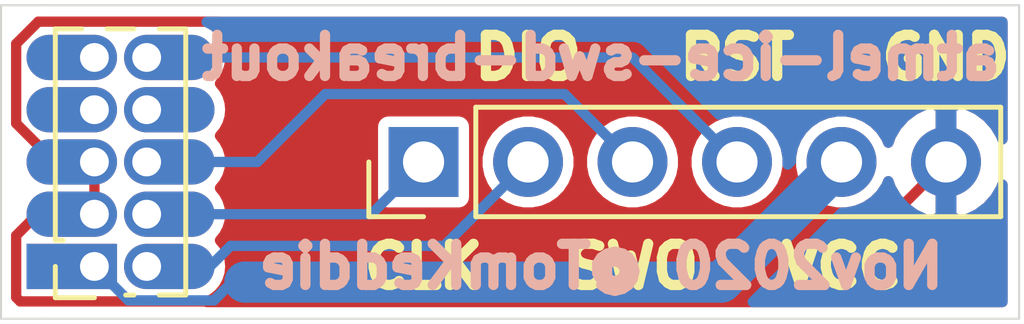
<source format=kicad_pcb>
(kicad_pcb (version 20171130) (host pcbnew 5.1.7-a382d34a8~88~ubuntu20.04.1)

  (general
    (thickness 1.6)
    (drawings 15)
    (tracks 31)
    (zones 0)
    (modules 2)
    (nets 10)
  )

  (page A4)
  (layers
    (0 F.Cu signal)
    (31 B.Cu signal)
    (32 B.Adhes user)
    (33 F.Adhes user)
    (34 B.Paste user)
    (35 F.Paste user)
    (36 B.SilkS user)
    (37 F.SilkS user)
    (38 B.Mask user)
    (39 F.Mask user)
    (40 Dwgs.User user)
    (41 Cmts.User user)
    (42 Eco1.User user)
    (43 Eco2.User user)
    (44 Edge.Cuts user)
    (45 Margin user)
    (46 B.CrtYd user)
    (47 F.CrtYd user)
    (48 B.Fab user hide)
    (49 F.Fab user hide)
  )

  (setup
    (last_trace_width 0.25)
    (user_trace_width 1)
    (trace_clearance 0.127)
    (zone_clearance 0.508)
    (zone_45_only no)
    (trace_min 0.2)
    (via_size 0.8)
    (via_drill 0.4)
    (via_min_size 0.4)
    (via_min_drill 0.3)
    (uvia_size 0.3)
    (uvia_drill 0.1)
    (uvias_allowed no)
    (uvia_min_size 0.2)
    (uvia_min_drill 0.1)
    (edge_width 0.05)
    (segment_width 0.2)
    (pcb_text_width 0.3)
    (pcb_text_size 1.5 1.5)
    (mod_edge_width 0.12)
    (mod_text_size 1 1)
    (mod_text_width 0.15)
    (pad_size 1.524 1.524)
    (pad_drill 0.762)
    (pad_to_mask_clearance 0)
    (aux_axis_origin 0 0)
    (visible_elements FFFFFF7F)
    (pcbplotparams
      (layerselection 0x010fc_ffffffff)
      (usegerberextensions false)
      (usegerberattributes true)
      (usegerberadvancedattributes true)
      (creategerberjobfile true)
      (excludeedgelayer true)
      (linewidth 0.100000)
      (plotframeref false)
      (viasonmask false)
      (mode 1)
      (useauxorigin false)
      (hpglpennumber 1)
      (hpglpenspeed 20)
      (hpglpendiameter 15.000000)
      (psnegative false)
      (psa4output false)
      (plotreference true)
      (plotvalue true)
      (plotinvisibletext false)
      (padsonsilk false)
      (subtractmaskfromsilk false)
      (outputformat 1)
      (mirror false)
      (drillshape 0)
      (scaleselection 1)
      (outputdirectory "gerber/"))
  )

  (net 0 "")
  (net 1 /nSRST)
  (net 2 /GND)
  (net 3 "Net-(J1-Pad8)")
  (net 4 "Net-(J1-Pad7)")
  (net 5 /SWO)
  (net 6 /SWDCLK)
  (net 7 /SWDIO)
  (net 8 /VTG)
  (net 9 "Net-(J1-Pad9)")

  (net_class Default "This is the default net class."
    (clearance 0.127)
    (trace_width 0.25)
    (via_dia 0.8)
    (via_drill 0.4)
    (uvia_dia 0.3)
    (uvia_drill 0.1)
    (add_net /GND)
    (add_net /SWDCLK)
    (add_net /SWDIO)
    (add_net /SWO)
    (add_net /VTG)
    (add_net /nSRST)
    (add_net "Net-(J1-Pad7)")
    (add_net "Net-(J1-Pad8)")
    (add_net "Net-(J1-Pad9)")
  )

  (module tom-connectors:PinSocket_2x05_P1.27mm_Vertical (layer F.Cu) (tedit 5FD3CCAF) (tstamp 5FC3D36A)
    (at 125.73 127 180)
    (descr "Through hole straight socket strip, 2x05, 1.27mm pitch, double cols (from Kicad 4.0.7), script generated")
    (tags "Through hole socket strip THT 2x05 1.27mm double row")
    (path /5FC45216)
    (fp_text reference J1 (at -0.635 -2.135) (layer F.SilkS) hide
      (effects (font (size 1 1) (thickness 0.15)))
    )
    (fp_text value Conn_02x05_Odd_Even (at -0.635 7.215) (layer F.Fab) hide
      (effects (font (size 1 1) (thickness 0.15)))
    )
    (fp_text user %R (at -0.635 2.54 90) (layer F.Fab) hide
      (effects (font (size 1 1) (thickness 0.15)))
    )
    (fp_line (start -2.16 -0.635) (end 0.1275 -0.635) (layer F.Fab) (width 0.1))
    (fp_line (start 0.1275 -0.635) (end 0.89 0.1275) (layer F.Fab) (width 0.1))
    (fp_line (start 0.89 0.1275) (end 0.89 5.715) (layer F.Fab) (width 0.1))
    (fp_line (start 0.89 5.715) (end -2.16 5.715) (layer F.Fab) (width 0.1))
    (fp_line (start -2.16 5.715) (end -2.16 -0.635) (layer F.Fab) (width 0.1))
    (fp_line (start -2.22 -0.695) (end -1.57753 -0.695) (layer F.SilkS) (width 0.12))
    (fp_line (start -0.96247 -0.695) (end -0.76 -0.695) (layer F.SilkS) (width 0.12))
    (fp_line (start -2.22 -0.695) (end -2.22 5.775) (layer F.SilkS) (width 0.12))
    (fp_line (start 0.30753 5.775) (end 0.95 5.775) (layer F.SilkS) (width 0.12))
    (fp_line (start -2.22 5.775) (end -1.57753 5.775) (layer F.SilkS) (width 0.12))
    (fp_line (start -0.96247 5.775) (end -0.30753 5.775) (layer F.SilkS) (width 0.12))
    (fp_line (start 0.95 0.635) (end 0.95 5.775) (layer F.SilkS) (width 0.12))
    (fp_line (start 0.76 0.635) (end 0.95 0.635) (layer F.SilkS) (width 0.12))
    (fp_line (start 0.95 -0.76) (end 0.95 0) (layer F.SilkS) (width 0.12))
    (fp_line (start 0 -0.76) (end 0.95 -0.76) (layer F.SilkS) (width 0.12))
    (fp_line (start -2.67 -1.15) (end 1.38 -1.15) (layer F.CrtYd) (width 0.05))
    (fp_line (start 1.38 -1.15) (end 1.38 6.2) (layer F.CrtYd) (width 0.05))
    (fp_line (start 1.38 6.2) (end -2.67 6.2) (layer F.CrtYd) (width 0.05))
    (fp_line (start -2.67 6.2) (end -2.67 -1.15) (layer F.CrtYd) (width 0.05))
    (pad 10 thru_hole oval (at -1.27 5.08 180) (size 2.2 1.1) (drill 0.7 (offset -0.55 0)) (layers *.Cu *.Mask)
      (net 1 /nSRST))
    (pad 9 thru_hole oval (at 0 5.08 180) (size 2.2 1.1) (drill 0.7 (offset 0.55 0)) (layers *.Cu *.Mask)
      (net 9 "Net-(J1-Pad9)"))
    (pad 8 thru_hole oval (at -1.27 3.81 180) (size 2.2 1.1) (drill 0.7 (offset -0.55 0)) (layers *.Cu *.Mask)
      (net 3 "Net-(J1-Pad8)"))
    (pad 7 thru_hole oval (at 0 3.81 180) (size 2.2 1.1) (drill 0.7 (offset 0.55 0)) (layers *.Cu *.Mask)
      (net 4 "Net-(J1-Pad7)"))
    (pad 6 thru_hole oval (at -1.27 2.54 180) (size 2.2 1.1) (drill 0.7 (offset -0.55 0)) (layers *.Cu *.Mask)
      (net 5 /SWO))
    (pad 5 thru_hole oval (at 0 2.54 180) (size 2.2 1.1) (drill 0.7 (offset 0.55 0)) (layers *.Cu *.Mask)
      (net 2 /GND))
    (pad 4 thru_hole oval (at -1.27 1.27 180) (size 2.2 1.1) (drill 0.7 (offset -0.55 0)) (layers *.Cu *.Mask)
      (net 6 /SWDCLK))
    (pad 3 thru_hole oval (at 0 1.27 180) (size 2.2 1.1) (drill 0.7 (offset 0.55 0)) (layers *.Cu *.Mask)
      (net 2 /GND))
    (pad 2 thru_hole oval (at -1.27 0 180) (size 2.2 1.1) (drill 0.7 (offset -0.55 0)) (layers *.Cu *.Mask)
      (net 7 /SWDIO))
    (pad 1 thru_hole rect (at 0 0 180) (size 2.2 1.1) (drill 0.7 (offset 0.55 0)) (layers *.Cu *.Mask)
      (net 8 /VTG))
    (model ${KISYS3DMOD}/Connector_PinSocket_1.27mm.3dshapes/PinSocket_2x05_P1.27mm_Vertical.wrl
      (at (xyz 0 0 0))
      (scale (xyz 1 1 1))
      (rotate (xyz 0 0 0))
    )
  )

  (module tom-connectors:PinHeader_1x06_P2.54mm_Vertical (layer F.Cu) (tedit 59FED5CC) (tstamp 5FC3CF8A)
    (at 133.731 124.46 90)
    (descr "Through hole straight pin header, 1x06, 2.54mm pitch, single row")
    (tags "Through hole pin header THT 1x06 2.54mm single row")
    (path /5FC4722D)
    (fp_text reference J2 (at 0 -2.33 90) (layer F.SilkS) hide
      (effects (font (size 1 1) (thickness 0.15)))
    )
    (fp_text value Conn_01x06 (at 0 15.03 90) (layer F.Fab) hide
      (effects (font (size 1 1) (thickness 0.15)))
    )
    (fp_text user %R (at 0 6.35) (layer F.Fab) hide
      (effects (font (size 1 1) (thickness 0.15)))
    )
    (fp_line (start -0.635 -1.27) (end 1.27 -1.27) (layer F.Fab) (width 0.1))
    (fp_line (start 1.27 -1.27) (end 1.27 13.97) (layer F.Fab) (width 0.1))
    (fp_line (start 1.27 13.97) (end -1.27 13.97) (layer F.Fab) (width 0.1))
    (fp_line (start -1.27 13.97) (end -1.27 -0.635) (layer F.Fab) (width 0.1))
    (fp_line (start -1.27 -0.635) (end -0.635 -1.27) (layer F.Fab) (width 0.1))
    (fp_line (start -1.33 14.03) (end 1.33 14.03) (layer F.SilkS) (width 0.12))
    (fp_line (start -1.33 1.27) (end -1.33 14.03) (layer F.SilkS) (width 0.12))
    (fp_line (start 1.33 1.27) (end 1.33 14.03) (layer F.SilkS) (width 0.12))
    (fp_line (start -1.33 1.27) (end 1.33 1.27) (layer F.SilkS) (width 0.12))
    (fp_line (start -1.33 0) (end -1.33 -1.33) (layer F.SilkS) (width 0.12))
    (fp_line (start -1.33 -1.33) (end 0 -1.33) (layer F.SilkS) (width 0.12))
    (fp_line (start -1.8 -1.8) (end -1.8 14.5) (layer F.CrtYd) (width 0.05))
    (fp_line (start -1.8 14.5) (end 1.8 14.5) (layer F.CrtYd) (width 0.05))
    (fp_line (start 1.8 14.5) (end 1.8 -1.8) (layer F.CrtYd) (width 0.05))
    (fp_line (start 1.8 -1.8) (end -1.8 -1.8) (layer F.CrtYd) (width 0.05))
    (pad 6 thru_hole oval (at 0 12.7 90) (size 1.7 1.7) (drill 1) (layers *.Cu *.Mask)
      (net 2 /GND))
    (pad 5 thru_hole oval (at 0 10.16 90) (size 1.7 1.7) (drill 1) (layers *.Cu *.Mask)
      (net 8 /VTG))
    (pad 4 thru_hole oval (at 0 7.62 90) (size 1.7 1.7) (drill 1) (layers *.Cu *.Mask)
      (net 1 /nSRST))
    (pad 3 thru_hole oval (at 0 5.08 90) (size 1.7 1.7) (drill 1) (layers *.Cu *.Mask)
      (net 5 /SWO))
    (pad 2 thru_hole oval (at 0 2.54 90) (size 1.7 1.7) (drill 1) (layers *.Cu *.Mask)
      (net 7 /SWDIO))
    (pad 1 thru_hole rect (at 0 0 90) (size 1.7 1.7) (drill 1) (layers *.Cu *.Mask)
      (net 6 /SWDCLK))
    (model ${KISYS3DMOD}/Connector_PinHeader_2.54mm.3dshapes/PinHeader_1x06_P2.54mm_Vertical.wrl
      (at (xyz 0 0 0))
      (scale (xyz 1 1 1))
      (rotate (xyz 0 0 0))
    )
  )

  (gr_line (start 124.46 128.27) (end 123.46 128.27) (layer Edge.Cuts) (width 0.05) (tstamp 5FD3D206))
  (gr_line (start 124.46 120.65) (end 123.46 120.65) (layer Edge.Cuts) (width 0.05) (tstamp 5FD3D205))
  (gr_text "Nov2020 @TomKeddie" (at 138.049 127) (layer B.SilkS) (tstamp 5FC3F270)
    (effects (font (size 1 1) (thickness 0.25)) (justify mirror))
  )
  (gr_text atmel-ice-swd-breakout (at 138.049 121.92) (layer B.SilkS)
    (effects (font (size 1 1) (thickness 0.25)) (justify mirror))
  )
  (gr_text GND (at 146.431 121.92) (layer F.SilkS) (tstamp 5FC3F253)
    (effects (font (size 1 1) (thickness 0.25)))
  )
  (gr_text VCC (at 143.891 127) (layer F.SilkS) (tstamp 5FC3F250)
    (effects (font (size 1 1) (thickness 0.25)))
  )
  (gr_text RST (at 141.351 121.92) (layer F.SilkS) (tstamp 5FC3F24D)
    (effects (font (size 1 1) (thickness 0.25)))
  )
  (gr_text SWO (at 138.811 127) (layer F.SilkS) (tstamp 5FC3F24A)
    (effects (font (size 1 1) (thickness 0.25)))
  )
  (gr_text DIO (at 136.271 121.92) (layer F.SilkS) (tstamp 5FC3F247)
    (effects (font (size 1 1) (thickness 0.25)))
  )
  (gr_text CLK (at 133.731 127) (layer F.SilkS)
    (effects (font (size 1 1) (thickness 0.25)))
  )
  (gr_line (start 123.46 128.27) (end 123.46 128.016) (layer Edge.Cuts) (width 0.05) (tstamp 5FC3E145))
  (gr_line (start 148.209 128.27) (end 124.46 128.27) (layer Edge.Cuts) (width 0.05))
  (gr_line (start 148.209 120.65) (end 148.209 128.27) (layer Edge.Cuts) (width 0.05))
  (gr_line (start 124.46 120.65) (end 148.209 120.65) (layer Edge.Cuts) (width 0.05))
  (gr_line (start 123.46 120.65) (end 123.46 128.016) (layer Edge.Cuts) (width 0.05) (tstamp 5FD3D1FB))

  (segment (start 138.811 121.92) (end 141.351 124.46) (width 0.25) (layer B.Cu) (net 1) (status 20))
  (segment (start 127 121.92) (end 138.811 121.92) (width 0.25) (layer B.Cu) (net 1) (status 10))
  (segment (start 143.065999 127.825001) (end 146.431 124.46) (width 0.25) (layer F.Cu) (net 2) (status 20))
  (segment (start 123.827999 127.751601) (end 123.926398 127.85) (width 0.25) (layer F.Cu) (net 2))
  (segment (start 123.827999 126.248399) (end 123.827999 127.751601) (width 0.25) (layer F.Cu) (net 2))
  (segment (start 124.346398 125.73) (end 123.827999 126.248399) (width 0.25) (layer F.Cu) (net 2))
  (segment (start 125.73 125.73) (end 124.346398 125.73) (width 0.25) (layer F.Cu) (net 2))
  (segment (start 123.926398 127.85) (end 129.45 127.85) (width 0.25) (layer F.Cu) (net 2))
  (segment (start 123.82799 121.587797) (end 124.365787 121.05) (width 0.25) (layer F.Cu) (net 2))
  (segment (start 123.82799 123.522203) (end 123.82799 121.587797) (width 0.25) (layer F.Cu) (net 2))
  (segment (start 124.765787 124.46) (end 123.82799 123.522203) (width 0.25) (layer F.Cu) (net 2))
  (segment (start 125.73 124.46) (end 124.765787 124.46) (width 0.25) (layer F.Cu) (net 2))
  (segment (start 124.365787 121.05) (end 128.71 121.05) (width 0.25) (layer F.Cu) (net 2))
  (segment (start 125.73 124.46) (end 125.73 125.73) (width 0.25) (layer F.Cu) (net 2))
  (segment (start 137.16 122.809) (end 138.811 124.46) (width 0.25) (layer B.Cu) (net 5) (status 20))
  (segment (start 137.16 122.809) (end 131.341 122.809) (width 0.25) (layer B.Cu) (net 5))
  (segment (start 129.69 124.46) (end 127 124.46) (width 0.25) (layer B.Cu) (net 5) (status 20))
  (segment (start 131.341 122.809) (end 129.69 124.46) (width 0.25) (layer B.Cu) (net 5))
  (segment (start 132.461 125.73) (end 133.731 124.46) (width 0.25) (layer B.Cu) (net 6) (status 20))
  (segment (start 127 125.73) (end 132.461 125.73) (width 0.25) (layer B.Cu) (net 6) (status 10))
  (segment (start 134.230999 126.500001) (end 136.271 124.46) (width 0.25) (layer B.Cu) (net 7) (status 20))
  (segment (start 134.230999 126.500001) (end 129.039999 126.500001) (width 0.25) (layer B.Cu) (net 7))
  (segment (start 128.54 127) (end 127 127) (width 0.25) (layer B.Cu) (net 7) (status 30))
  (segment (start 129.039999 126.500001) (end 128.54 127) (width 0.25) (layer B.Cu) (net 7) (status 20))
  (segment (start 125.73 127) (end 126.555001 127.825001) (width 0.25) (layer B.Cu) (net 8) (status 10))
  (segment (start 140.97 127.381) (end 143.891 124.46) (width 1) (layer B.Cu) (net 8) (status 20))
  (segment (start 126.555001 127.825001) (end 128.634999 127.825001) (width 0.25) (layer B.Cu) (net 8))
  (segment (start 128.634999 127.825001) (end 129.08 127.38) (width 0.25) (layer B.Cu) (net 8))
  (segment (start 129.08 127.38) (end 129.39 127.38) (width 0.25) (layer B.Cu) (net 8))
  (segment (start 129.391 127.381) (end 140.97 127.381) (width 1) (layer B.Cu) (net 8))
  (segment (start 129.39 127.38) (end 129.391 127.381) (width 1) (layer B.Cu) (net 8))

  (zone (net 2) (net_name /GND) (layer B.Cu) (tstamp 5FD3CF87) (hatch edge 0.508)
    (connect_pads (clearance 0.254))
    (min_thickness 0.254)
    (fill yes (arc_segments 32) (thermal_gap 0.508) (thermal_bridge_width 0.508))
    (polygon
      (pts
        (xy 148.336 128.397) (xy 124.333 128.397) (xy 124.333 120.523) (xy 148.336 120.523)
      )
    )
    (filled_polygon
      (pts
        (xy 147.803 123.90724) (xy 147.775157 123.828748) (xy 147.626178 123.578645) (xy 147.431269 123.362412) (xy 147.19792 123.188359)
        (xy 146.935099 123.063175) (xy 146.78789 123.018524) (xy 146.558 123.139845) (xy 146.558 124.333) (xy 146.578 124.333)
        (xy 146.578 124.587) (xy 146.558 124.587) (xy 146.558 125.780155) (xy 146.78789 125.901476) (xy 146.935099 125.856825)
        (xy 147.19792 125.731641) (xy 147.431269 125.557588) (xy 147.626178 125.341355) (xy 147.775157 125.091252) (xy 147.803001 125.01276)
        (xy 147.803001 127.864) (xy 141.732921 127.864) (xy 143.905922 125.691) (xy 144.012243 125.691) (xy 144.250069 125.643693)
        (xy 144.474097 125.550898) (xy 144.675717 125.41618) (xy 144.84718 125.244717) (xy 144.981898 125.043097) (xy 145.029228 124.928832)
        (xy 145.086843 125.091252) (xy 145.235822 125.341355) (xy 145.430731 125.557588) (xy 145.66408 125.731641) (xy 145.926901 125.856825)
        (xy 146.07411 125.901476) (xy 146.304 125.780155) (xy 146.304 124.587) (xy 146.284 124.587) (xy 146.284 124.333)
        (xy 146.304 124.333) (xy 146.304 123.139845) (xy 146.07411 123.018524) (xy 145.926901 123.063175) (xy 145.66408 123.188359)
        (xy 145.430731 123.362412) (xy 145.235822 123.578645) (xy 145.086843 123.828748) (xy 145.029228 123.991168) (xy 144.981898 123.876903)
        (xy 144.84718 123.675283) (xy 144.675717 123.50382) (xy 144.474097 123.369102) (xy 144.250069 123.276307) (xy 144.012243 123.229)
        (xy 143.769757 123.229) (xy 143.531931 123.276307) (xy 143.307903 123.369102) (xy 143.106283 123.50382) (xy 142.93482 123.675283)
        (xy 142.800102 123.876903) (xy 142.707307 124.100931) (xy 142.66 124.338757) (xy 142.66 124.445078) (xy 142.582 124.523078)
        (xy 142.582 124.338757) (xy 142.534693 124.100931) (xy 142.441898 123.876903) (xy 142.30718 123.675283) (xy 142.135717 123.50382)
        (xy 141.934097 123.369102) (xy 141.710069 123.276307) (xy 141.472243 123.229) (xy 141.229757 123.229) (xy 140.991931 123.276307)
        (xy 140.914833 123.308242) (xy 139.186376 121.579785) (xy 139.170527 121.560473) (xy 139.093479 121.497241) (xy 139.005575 121.450255)
        (xy 138.910193 121.421322) (xy 138.835854 121.414) (xy 138.835846 121.414) (xy 138.811 121.411553) (xy 138.786154 121.414)
        (xy 128.885186 121.414) (xy 128.877843 121.400262) (xy 128.761501 121.258499) (xy 128.619738 121.142157) (xy 128.45855 121.056)
        (xy 147.803 121.056)
      )
    )
  )
  (zone (net 2) (net_name /GND) (layer F.Cu) (tstamp 5FD3CF84) (hatch edge 0.508)
    (connect_pads (clearance 0.254))
    (min_thickness 0.254)
    (fill yes (arc_segments 32) (thermal_gap 0.508) (thermal_bridge_width 0.508))
    (polygon
      (pts
        (xy 148.336 128.397) (xy 124.333 128.397) (xy 124.333 120.523) (xy 148.336 120.523)
      )
    )
    (filled_polygon
      (pts
        (xy 147.803 123.90724) (xy 147.775157 123.828748) (xy 147.626178 123.578645) (xy 147.431269 123.362412) (xy 147.19792 123.188359)
        (xy 146.935099 123.063175) (xy 146.78789 123.018524) (xy 146.558 123.139845) (xy 146.558 124.333) (xy 146.578 124.333)
        (xy 146.578 124.587) (xy 146.558 124.587) (xy 146.558 125.780155) (xy 146.78789 125.901476) (xy 146.935099 125.856825)
        (xy 147.19792 125.731641) (xy 147.431269 125.557588) (xy 147.626178 125.341355) (xy 147.775157 125.091252) (xy 147.803001 125.01276)
        (xy 147.803001 127.864) (xy 128.45855 127.864) (xy 128.619738 127.777843) (xy 128.761501 127.661501) (xy 128.877843 127.519738)
        (xy 128.964293 127.358002) (xy 129.017529 127.182508) (xy 129.035504 127) (xy 129.017529 126.817492) (xy 128.964293 126.641998)
        (xy 128.877843 126.480262) (xy 128.78325 126.365) (xy 128.877843 126.249738) (xy 128.964293 126.088002) (xy 129.017529 125.912508)
        (xy 129.035504 125.73) (xy 129.017529 125.547492) (xy 128.964293 125.371998) (xy 128.877843 125.210262) (xy 128.78325 125.095)
        (xy 128.877843 124.979738) (xy 128.964293 124.818002) (xy 129.017529 124.642508) (xy 129.035504 124.46) (xy 129.017529 124.277492)
        (xy 128.964293 124.101998) (xy 128.877843 123.940262) (xy 128.78325 123.825) (xy 128.877843 123.709738) (xy 128.931154 123.61)
        (xy 132.498157 123.61) (xy 132.498157 125.31) (xy 132.505513 125.384689) (xy 132.527299 125.456508) (xy 132.562678 125.522696)
        (xy 132.610289 125.580711) (xy 132.668304 125.628322) (xy 132.734492 125.663701) (xy 132.806311 125.685487) (xy 132.881 125.692843)
        (xy 134.581 125.692843) (xy 134.655689 125.685487) (xy 134.727508 125.663701) (xy 134.793696 125.628322) (xy 134.851711 125.580711)
        (xy 134.899322 125.522696) (xy 134.934701 125.456508) (xy 134.956487 125.384689) (xy 134.963843 125.31) (xy 134.963843 124.338757)
        (xy 135.04 124.338757) (xy 135.04 124.581243) (xy 135.087307 124.819069) (xy 135.180102 125.043097) (xy 135.31482 125.244717)
        (xy 135.486283 125.41618) (xy 135.687903 125.550898) (xy 135.911931 125.643693) (xy 136.149757 125.691) (xy 136.392243 125.691)
        (xy 136.630069 125.643693) (xy 136.854097 125.550898) (xy 137.055717 125.41618) (xy 137.22718 125.244717) (xy 137.361898 125.043097)
        (xy 137.454693 124.819069) (xy 137.502 124.581243) (xy 137.502 124.338757) (xy 137.58 124.338757) (xy 137.58 124.581243)
        (xy 137.627307 124.819069) (xy 137.720102 125.043097) (xy 137.85482 125.244717) (xy 138.026283 125.41618) (xy 138.227903 125.550898)
        (xy 138.451931 125.643693) (xy 138.689757 125.691) (xy 138.932243 125.691) (xy 139.170069 125.643693) (xy 139.394097 125.550898)
        (xy 139.595717 125.41618) (xy 139.76718 125.244717) (xy 139.901898 125.043097) (xy 139.994693 124.819069) (xy 140.042 124.581243)
        (xy 140.042 124.338757) (xy 140.12 124.338757) (xy 140.12 124.581243) (xy 140.167307 124.819069) (xy 140.260102 125.043097)
        (xy 140.39482 125.244717) (xy 140.566283 125.41618) (xy 140.767903 125.550898) (xy 140.991931 125.643693) (xy 141.229757 125.691)
        (xy 141.472243 125.691) (xy 141.710069 125.643693) (xy 141.934097 125.550898) (xy 142.135717 125.41618) (xy 142.30718 125.244717)
        (xy 142.441898 125.043097) (xy 142.534693 124.819069) (xy 142.582 124.581243) (xy 142.582 124.338757) (xy 142.66 124.338757)
        (xy 142.66 124.581243) (xy 142.707307 124.819069) (xy 142.800102 125.043097) (xy 142.93482 125.244717) (xy 143.106283 125.41618)
        (xy 143.307903 125.550898) (xy 143.531931 125.643693) (xy 143.769757 125.691) (xy 144.012243 125.691) (xy 144.250069 125.643693)
        (xy 144.474097 125.550898) (xy 144.675717 125.41618) (xy 144.84718 125.244717) (xy 144.981898 125.043097) (xy 145.029228 124.928832)
        (xy 145.086843 125.091252) (xy 145.235822 125.341355) (xy 145.430731 125.557588) (xy 145.66408 125.731641) (xy 145.926901 125.856825)
        (xy 146.07411 125.901476) (xy 146.304 125.780155) (xy 146.304 124.587) (xy 146.284 124.587) (xy 146.284 124.333)
        (xy 146.304 124.333) (xy 146.304 123.139845) (xy 146.07411 123.018524) (xy 145.926901 123.063175) (xy 145.66408 123.188359)
        (xy 145.430731 123.362412) (xy 145.235822 123.578645) (xy 145.086843 123.828748) (xy 145.029228 123.991168) (xy 144.981898 123.876903)
        (xy 144.84718 123.675283) (xy 144.675717 123.50382) (xy 144.474097 123.369102) (xy 144.250069 123.276307) (xy 144.012243 123.229)
        (xy 143.769757 123.229) (xy 143.531931 123.276307) (xy 143.307903 123.369102) (xy 143.106283 123.50382) (xy 142.93482 123.675283)
        (xy 142.800102 123.876903) (xy 142.707307 124.100931) (xy 142.66 124.338757) (xy 142.582 124.338757) (xy 142.534693 124.100931)
        (xy 142.441898 123.876903) (xy 142.30718 123.675283) (xy 142.135717 123.50382) (xy 141.934097 123.369102) (xy 141.710069 123.276307)
        (xy 141.472243 123.229) (xy 141.229757 123.229) (xy 140.991931 123.276307) (xy 140.767903 123.369102) (xy 140.566283 123.50382)
        (xy 140.39482 123.675283) (xy 140.260102 123.876903) (xy 140.167307 124.100931) (xy 140.12 124.338757) (xy 140.042 124.338757)
        (xy 139.994693 124.100931) (xy 139.901898 123.876903) (xy 139.76718 123.675283) (xy 139.595717 123.50382) (xy 139.394097 123.369102)
        (xy 139.170069 123.276307) (xy 138.932243 123.229) (xy 138.689757 123.229) (xy 138.451931 123.276307) (xy 138.227903 123.369102)
        (xy 138.026283 123.50382) (xy 137.85482 123.675283) (xy 137.720102 123.876903) (xy 137.627307 124.100931) (xy 137.58 124.338757)
        (xy 137.502 124.338757) (xy 137.454693 124.100931) (xy 137.361898 123.876903) (xy 137.22718 123.675283) (xy 137.055717 123.50382)
        (xy 136.854097 123.369102) (xy 136.630069 123.276307) (xy 136.392243 123.229) (xy 136.149757 123.229) (xy 135.911931 123.276307)
        (xy 135.687903 123.369102) (xy 135.486283 123.50382) (xy 135.31482 123.675283) (xy 135.180102 123.876903) (xy 135.087307 124.100931)
        (xy 135.04 124.338757) (xy 134.963843 124.338757) (xy 134.963843 123.61) (xy 134.956487 123.535311) (xy 134.934701 123.463492)
        (xy 134.899322 123.397304) (xy 134.851711 123.339289) (xy 134.793696 123.291678) (xy 134.727508 123.256299) (xy 134.655689 123.234513)
        (xy 134.581 123.227157) (xy 132.881 123.227157) (xy 132.806311 123.234513) (xy 132.734492 123.256299) (xy 132.668304 123.291678)
        (xy 132.610289 123.339289) (xy 132.562678 123.397304) (xy 132.527299 123.463492) (xy 132.505513 123.535311) (xy 132.498157 123.61)
        (xy 128.931154 123.61) (xy 128.964293 123.548002) (xy 129.017529 123.372508) (xy 129.035504 123.19) (xy 129.017529 123.007492)
        (xy 128.964293 122.831998) (xy 128.877843 122.670262) (xy 128.78325 122.555) (xy 128.877843 122.439738) (xy 128.964293 122.278002)
        (xy 129.017529 122.102508) (xy 129.035504 121.92) (xy 129.017529 121.737492) (xy 128.964293 121.561998) (xy 128.877843 121.400262)
        (xy 128.761501 121.258499) (xy 128.619738 121.142157) (xy 128.45855 121.056) (xy 147.803 121.056)
      )
    )
  )
)

</source>
